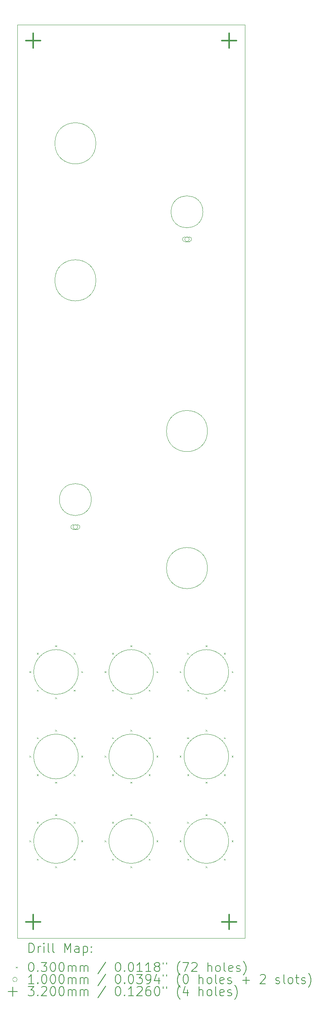
<source format=gbr>
%TF.GenerationSoftware,KiCad,Pcbnew,9.0.4*%
%TF.CreationDate,2025-10-04T20:48:33+02:00*%
%TF.ProjectId,DMH_Dual_VCA_Mk2_PANEL,444d485f-4475-4616-9c5f-5643415f4d6b,rev?*%
%TF.SameCoordinates,Original*%
%TF.FileFunction,Drillmap*%
%TF.FilePolarity,Positive*%
%FSLAX45Y45*%
G04 Gerber Fmt 4.5, Leading zero omitted, Abs format (unit mm)*
G04 Created by KiCad (PCBNEW 9.0.4) date 2025-10-04 20:48:33*
%MOMM*%
%LPD*%
G01*
G04 APERTURE LIST*
%ADD10C,0.050000*%
%ADD11C,0.200000*%
%ADD12C,0.100000*%
%ADD13C,0.320000*%
G04 APERTURE END LIST*
D10*
X5000000Y-3000000D02*
X10000000Y-3000000D01*
X10000000Y-23000000D01*
X5000000Y-23000000D01*
X5000000Y-3000000D01*
X6340000Y-19025000D02*
G75*
G02*
X5360000Y-19025000I-490000J0D01*
G01*
X5360000Y-19025000D02*
G75*
G02*
X6340000Y-19025000I490000J0D01*
G01*
X6340000Y-17175000D02*
G75*
G02*
X5360000Y-17175000I-490000J0D01*
G01*
X5360000Y-17175000D02*
G75*
G02*
X6340000Y-17175000I490000J0D01*
G01*
X7990000Y-17175000D02*
G75*
G02*
X7010000Y-17175000I-490000J0D01*
G01*
X7010000Y-17175000D02*
G75*
G02*
X7990000Y-17175000I490000J0D01*
G01*
X9175000Y-11900000D02*
G75*
G02*
X8275000Y-11900000I-450000J0D01*
G01*
X8275000Y-11900000D02*
G75*
G02*
X9175000Y-11900000I450000J0D01*
G01*
X9175000Y-14900000D02*
G75*
G02*
X8275000Y-14900000I-450000J0D01*
G01*
X8275000Y-14900000D02*
G75*
G02*
X9175000Y-14900000I450000J0D01*
G01*
X7990000Y-19025000D02*
G75*
G02*
X7010000Y-19025000I-490000J0D01*
G01*
X7010000Y-19025000D02*
G75*
G02*
X7990000Y-19025000I490000J0D01*
G01*
X9640000Y-17175000D02*
G75*
G02*
X8660000Y-17175000I-490000J0D01*
G01*
X8660000Y-17175000D02*
G75*
G02*
X9640000Y-17175000I490000J0D01*
G01*
X9075000Y-7100000D02*
G75*
G02*
X8375000Y-7100000I-350000J0D01*
G01*
X8375000Y-7100000D02*
G75*
G02*
X9075000Y-7100000I350000J0D01*
G01*
X6340000Y-20875000D02*
G75*
G02*
X5360000Y-20875000I-490000J0D01*
G01*
X5360000Y-20875000D02*
G75*
G02*
X6340000Y-20875000I490000J0D01*
G01*
X9640000Y-20875000D02*
G75*
G02*
X8660000Y-20875000I-490000J0D01*
G01*
X8660000Y-20875000D02*
G75*
G02*
X9640000Y-20875000I490000J0D01*
G01*
X9640000Y-19025000D02*
G75*
G02*
X8660000Y-19025000I-490000J0D01*
G01*
X8660000Y-19025000D02*
G75*
G02*
X9640000Y-19025000I490000J0D01*
G01*
X6725000Y-5600000D02*
G75*
G02*
X5825000Y-5600000I-450000J0D01*
G01*
X5825000Y-5600000D02*
G75*
G02*
X6725000Y-5600000I450000J0D01*
G01*
X6725000Y-8600000D02*
G75*
G02*
X5825000Y-8600000I-450000J0D01*
G01*
X5825000Y-8600000D02*
G75*
G02*
X6725000Y-8600000I450000J0D01*
G01*
X7990000Y-20875000D02*
G75*
G02*
X7010000Y-20875000I-490000J0D01*
G01*
X7010000Y-20875000D02*
G75*
G02*
X7990000Y-20875000I490000J0D01*
G01*
X6625000Y-13400000D02*
G75*
G02*
X5925000Y-13400000I-350000J0D01*
G01*
X5925000Y-13400000D02*
G75*
G02*
X6625000Y-13400000I350000J0D01*
G01*
D11*
D12*
X5265000Y-17160000D02*
X5295000Y-17190000D01*
X5295000Y-17160000D02*
X5265000Y-17190000D01*
X5265000Y-19010000D02*
X5295000Y-19040000D01*
X5295000Y-19010000D02*
X5265000Y-19040000D01*
X5265000Y-20860000D02*
X5295000Y-20890000D01*
X5295000Y-20860000D02*
X5265000Y-20890000D01*
X5431000Y-16757000D02*
X5461000Y-16787000D01*
X5461000Y-16757000D02*
X5431000Y-16787000D01*
X5431000Y-18607000D02*
X5461000Y-18637000D01*
X5461000Y-18607000D02*
X5431000Y-18637000D01*
X5431000Y-20457000D02*
X5461000Y-20487000D01*
X5461000Y-20457000D02*
X5431000Y-20487000D01*
X5432000Y-17564000D02*
X5462000Y-17594000D01*
X5462000Y-17564000D02*
X5432000Y-17594000D01*
X5432000Y-19414000D02*
X5462000Y-19444000D01*
X5462000Y-19414000D02*
X5432000Y-19444000D01*
X5432000Y-21264000D02*
X5462000Y-21294000D01*
X5462000Y-21264000D02*
X5432000Y-21294000D01*
X5835000Y-16590000D02*
X5865000Y-16620000D01*
X5865000Y-16590000D02*
X5835000Y-16620000D01*
X5835000Y-17730000D02*
X5865000Y-17760000D01*
X5865000Y-17730000D02*
X5835000Y-17760000D01*
X5835000Y-18440000D02*
X5865000Y-18470000D01*
X5865000Y-18440000D02*
X5835000Y-18470000D01*
X5835000Y-19580000D02*
X5865000Y-19610000D01*
X5865000Y-19580000D02*
X5835000Y-19610000D01*
X5835000Y-20290000D02*
X5865000Y-20320000D01*
X5865000Y-20290000D02*
X5835000Y-20320000D01*
X5835000Y-21430000D02*
X5865000Y-21460000D01*
X5865000Y-21430000D02*
X5835000Y-21460000D01*
X6238000Y-17564000D02*
X6268000Y-17594000D01*
X6268000Y-17564000D02*
X6238000Y-17594000D01*
X6238000Y-19414000D02*
X6268000Y-19444000D01*
X6268000Y-19414000D02*
X6238000Y-19444000D01*
X6238000Y-21264000D02*
X6268000Y-21294000D01*
X6268000Y-21264000D02*
X6238000Y-21294000D01*
X6239000Y-16757000D02*
X6269000Y-16787000D01*
X6269000Y-16757000D02*
X6239000Y-16787000D01*
X6239000Y-18607000D02*
X6269000Y-18637000D01*
X6269000Y-18607000D02*
X6239000Y-18637000D01*
X6239000Y-20457000D02*
X6269000Y-20487000D01*
X6269000Y-20457000D02*
X6239000Y-20487000D01*
X6405000Y-17160000D02*
X6435000Y-17190000D01*
X6435000Y-17160000D02*
X6405000Y-17190000D01*
X6405000Y-19010000D02*
X6435000Y-19040000D01*
X6435000Y-19010000D02*
X6405000Y-19040000D01*
X6405000Y-20860000D02*
X6435000Y-20890000D01*
X6435000Y-20860000D02*
X6405000Y-20890000D01*
X6915000Y-17160000D02*
X6945000Y-17190000D01*
X6945000Y-17160000D02*
X6915000Y-17190000D01*
X6915000Y-19010000D02*
X6945000Y-19040000D01*
X6945000Y-19010000D02*
X6915000Y-19040000D01*
X6915000Y-20860000D02*
X6945000Y-20890000D01*
X6945000Y-20860000D02*
X6915000Y-20890000D01*
X7081000Y-16757000D02*
X7111000Y-16787000D01*
X7111000Y-16757000D02*
X7081000Y-16787000D01*
X7081000Y-18607000D02*
X7111000Y-18637000D01*
X7111000Y-18607000D02*
X7081000Y-18637000D01*
X7081000Y-20457000D02*
X7111000Y-20487000D01*
X7111000Y-20457000D02*
X7081000Y-20487000D01*
X7082000Y-17564000D02*
X7112000Y-17594000D01*
X7112000Y-17564000D02*
X7082000Y-17594000D01*
X7082000Y-19414000D02*
X7112000Y-19444000D01*
X7112000Y-19414000D02*
X7082000Y-19444000D01*
X7082000Y-21264000D02*
X7112000Y-21294000D01*
X7112000Y-21264000D02*
X7082000Y-21294000D01*
X7485000Y-16590000D02*
X7515000Y-16620000D01*
X7515000Y-16590000D02*
X7485000Y-16620000D01*
X7485000Y-17730000D02*
X7515000Y-17760000D01*
X7515000Y-17730000D02*
X7485000Y-17760000D01*
X7485000Y-18440000D02*
X7515000Y-18470000D01*
X7515000Y-18440000D02*
X7485000Y-18470000D01*
X7485000Y-19580000D02*
X7515000Y-19610000D01*
X7515000Y-19580000D02*
X7485000Y-19610000D01*
X7485000Y-20290000D02*
X7515000Y-20320000D01*
X7515000Y-20290000D02*
X7485000Y-20320000D01*
X7485000Y-21430000D02*
X7515000Y-21460000D01*
X7515000Y-21430000D02*
X7485000Y-21460000D01*
X7888000Y-17564000D02*
X7918000Y-17594000D01*
X7918000Y-17564000D02*
X7888000Y-17594000D01*
X7888000Y-19414000D02*
X7918000Y-19444000D01*
X7918000Y-19414000D02*
X7888000Y-19444000D01*
X7888000Y-21264000D02*
X7918000Y-21294000D01*
X7918000Y-21264000D02*
X7888000Y-21294000D01*
X7889000Y-16757000D02*
X7919000Y-16787000D01*
X7919000Y-16757000D02*
X7889000Y-16787000D01*
X7889000Y-18607000D02*
X7919000Y-18637000D01*
X7919000Y-18607000D02*
X7889000Y-18637000D01*
X7889000Y-20457000D02*
X7919000Y-20487000D01*
X7919000Y-20457000D02*
X7889000Y-20487000D01*
X8055000Y-17160000D02*
X8085000Y-17190000D01*
X8085000Y-17160000D02*
X8055000Y-17190000D01*
X8055000Y-19010000D02*
X8085000Y-19040000D01*
X8085000Y-19010000D02*
X8055000Y-19040000D01*
X8055000Y-20860000D02*
X8085000Y-20890000D01*
X8085000Y-20860000D02*
X8055000Y-20890000D01*
X8565000Y-17160000D02*
X8595000Y-17190000D01*
X8595000Y-17160000D02*
X8565000Y-17190000D01*
X8565000Y-19010000D02*
X8595000Y-19040000D01*
X8595000Y-19010000D02*
X8565000Y-19040000D01*
X8565000Y-20860000D02*
X8595000Y-20890000D01*
X8595000Y-20860000D02*
X8565000Y-20890000D01*
X8731000Y-16757000D02*
X8761000Y-16787000D01*
X8761000Y-16757000D02*
X8731000Y-16787000D01*
X8731000Y-18607000D02*
X8761000Y-18637000D01*
X8761000Y-18607000D02*
X8731000Y-18637000D01*
X8731000Y-20457000D02*
X8761000Y-20487000D01*
X8761000Y-20457000D02*
X8731000Y-20487000D01*
X8732000Y-17564000D02*
X8762000Y-17594000D01*
X8762000Y-17564000D02*
X8732000Y-17594000D01*
X8732000Y-19414000D02*
X8762000Y-19444000D01*
X8762000Y-19414000D02*
X8732000Y-19444000D01*
X8732000Y-21264000D02*
X8762000Y-21294000D01*
X8762000Y-21264000D02*
X8732000Y-21294000D01*
X9135000Y-16590000D02*
X9165000Y-16620000D01*
X9165000Y-16590000D02*
X9135000Y-16620000D01*
X9135000Y-17730000D02*
X9165000Y-17760000D01*
X9165000Y-17730000D02*
X9135000Y-17760000D01*
X9135000Y-18440000D02*
X9165000Y-18470000D01*
X9165000Y-18440000D02*
X9135000Y-18470000D01*
X9135000Y-19580000D02*
X9165000Y-19610000D01*
X9165000Y-19580000D02*
X9135000Y-19610000D01*
X9135000Y-20290000D02*
X9165000Y-20320000D01*
X9165000Y-20290000D02*
X9135000Y-20320000D01*
X9135000Y-21430000D02*
X9165000Y-21460000D01*
X9165000Y-21430000D02*
X9135000Y-21460000D01*
X9538000Y-17564000D02*
X9568000Y-17594000D01*
X9568000Y-17564000D02*
X9538000Y-17594000D01*
X9538000Y-19414000D02*
X9568000Y-19444000D01*
X9568000Y-19414000D02*
X9538000Y-19444000D01*
X9538000Y-21264000D02*
X9568000Y-21294000D01*
X9568000Y-21264000D02*
X9538000Y-21294000D01*
X9539000Y-16757000D02*
X9569000Y-16787000D01*
X9569000Y-16757000D02*
X9539000Y-16787000D01*
X9539000Y-18607000D02*
X9569000Y-18637000D01*
X9569000Y-18607000D02*
X9539000Y-18637000D01*
X9539000Y-20457000D02*
X9569000Y-20487000D01*
X9569000Y-20457000D02*
X9539000Y-20487000D01*
X9705000Y-17160000D02*
X9735000Y-17190000D01*
X9735000Y-17160000D02*
X9705000Y-17190000D01*
X9705000Y-19010000D02*
X9735000Y-19040000D01*
X9735000Y-19010000D02*
X9705000Y-19040000D01*
X9705000Y-20860000D02*
X9735000Y-20890000D01*
X9735000Y-20860000D02*
X9705000Y-20890000D01*
X6325000Y-14000000D02*
G75*
G02*
X6225000Y-14000000I-50000J0D01*
G01*
X6225000Y-14000000D02*
G75*
G02*
X6325000Y-14000000I50000J0D01*
G01*
X6225000Y-14050000D02*
X6325000Y-14050000D01*
X6325000Y-13950000D02*
G75*
G02*
X6325000Y-14050000I0J-50000D01*
G01*
X6325000Y-13950000D02*
X6225000Y-13950000D01*
X6225000Y-13950000D02*
G75*
G03*
X6225000Y-14050000I0J-50000D01*
G01*
X8775000Y-7700000D02*
G75*
G02*
X8675000Y-7700000I-50000J0D01*
G01*
X8675000Y-7700000D02*
G75*
G02*
X8775000Y-7700000I50000J0D01*
G01*
X8675000Y-7750000D02*
X8775000Y-7750000D01*
X8775000Y-7650000D02*
G75*
G02*
X8775000Y-7750000I0J-50000D01*
G01*
X8775000Y-7650000D02*
X8675000Y-7650000D01*
X8675000Y-7650000D02*
G75*
G03*
X8675000Y-7750000I0J-50000D01*
G01*
D13*
X5350000Y-3190000D02*
X5350000Y-3510000D01*
X5190000Y-3350000D02*
X5510000Y-3350000D01*
X5350000Y-22490000D02*
X5350000Y-22810000D01*
X5190000Y-22650000D02*
X5510000Y-22650000D01*
X9650000Y-3190000D02*
X9650000Y-3510000D01*
X9490000Y-3350000D02*
X9810000Y-3350000D01*
X9650000Y-22490000D02*
X9650000Y-22810000D01*
X9490000Y-22650000D02*
X9810000Y-22650000D01*
D11*
X5258277Y-23313984D02*
X5258277Y-23113984D01*
X5258277Y-23113984D02*
X5305896Y-23113984D01*
X5305896Y-23113984D02*
X5334467Y-23123508D01*
X5334467Y-23123508D02*
X5353515Y-23142555D01*
X5353515Y-23142555D02*
X5363039Y-23161603D01*
X5363039Y-23161603D02*
X5372563Y-23199698D01*
X5372563Y-23199698D02*
X5372563Y-23228269D01*
X5372563Y-23228269D02*
X5363039Y-23266365D01*
X5363039Y-23266365D02*
X5353515Y-23285412D01*
X5353515Y-23285412D02*
X5334467Y-23304460D01*
X5334467Y-23304460D02*
X5305896Y-23313984D01*
X5305896Y-23313984D02*
X5258277Y-23313984D01*
X5458277Y-23313984D02*
X5458277Y-23180650D01*
X5458277Y-23218746D02*
X5467801Y-23199698D01*
X5467801Y-23199698D02*
X5477324Y-23190174D01*
X5477324Y-23190174D02*
X5496372Y-23180650D01*
X5496372Y-23180650D02*
X5515420Y-23180650D01*
X5582086Y-23313984D02*
X5582086Y-23180650D01*
X5582086Y-23113984D02*
X5572563Y-23123508D01*
X5572563Y-23123508D02*
X5582086Y-23133031D01*
X5582086Y-23133031D02*
X5591610Y-23123508D01*
X5591610Y-23123508D02*
X5582086Y-23113984D01*
X5582086Y-23113984D02*
X5582086Y-23133031D01*
X5705896Y-23313984D02*
X5686848Y-23304460D01*
X5686848Y-23304460D02*
X5677324Y-23285412D01*
X5677324Y-23285412D02*
X5677324Y-23113984D01*
X5810658Y-23313984D02*
X5791610Y-23304460D01*
X5791610Y-23304460D02*
X5782086Y-23285412D01*
X5782086Y-23285412D02*
X5782086Y-23113984D01*
X6039229Y-23313984D02*
X6039229Y-23113984D01*
X6039229Y-23113984D02*
X6105896Y-23256841D01*
X6105896Y-23256841D02*
X6172562Y-23113984D01*
X6172562Y-23113984D02*
X6172562Y-23313984D01*
X6353515Y-23313984D02*
X6353515Y-23209222D01*
X6353515Y-23209222D02*
X6343991Y-23190174D01*
X6343991Y-23190174D02*
X6324943Y-23180650D01*
X6324943Y-23180650D02*
X6286848Y-23180650D01*
X6286848Y-23180650D02*
X6267801Y-23190174D01*
X6353515Y-23304460D02*
X6334467Y-23313984D01*
X6334467Y-23313984D02*
X6286848Y-23313984D01*
X6286848Y-23313984D02*
X6267801Y-23304460D01*
X6267801Y-23304460D02*
X6258277Y-23285412D01*
X6258277Y-23285412D02*
X6258277Y-23266365D01*
X6258277Y-23266365D02*
X6267801Y-23247317D01*
X6267801Y-23247317D02*
X6286848Y-23237793D01*
X6286848Y-23237793D02*
X6334467Y-23237793D01*
X6334467Y-23237793D02*
X6353515Y-23228269D01*
X6448753Y-23180650D02*
X6448753Y-23380650D01*
X6448753Y-23190174D02*
X6467801Y-23180650D01*
X6467801Y-23180650D02*
X6505896Y-23180650D01*
X6505896Y-23180650D02*
X6524943Y-23190174D01*
X6524943Y-23190174D02*
X6534467Y-23199698D01*
X6534467Y-23199698D02*
X6543991Y-23218746D01*
X6543991Y-23218746D02*
X6543991Y-23275888D01*
X6543991Y-23275888D02*
X6534467Y-23294936D01*
X6534467Y-23294936D02*
X6524943Y-23304460D01*
X6524943Y-23304460D02*
X6505896Y-23313984D01*
X6505896Y-23313984D02*
X6467801Y-23313984D01*
X6467801Y-23313984D02*
X6448753Y-23304460D01*
X6629705Y-23294936D02*
X6639229Y-23304460D01*
X6639229Y-23304460D02*
X6629705Y-23313984D01*
X6629705Y-23313984D02*
X6620182Y-23304460D01*
X6620182Y-23304460D02*
X6629705Y-23294936D01*
X6629705Y-23294936D02*
X6629705Y-23313984D01*
X6629705Y-23190174D02*
X6639229Y-23199698D01*
X6639229Y-23199698D02*
X6629705Y-23209222D01*
X6629705Y-23209222D02*
X6620182Y-23199698D01*
X6620182Y-23199698D02*
X6629705Y-23190174D01*
X6629705Y-23190174D02*
X6629705Y-23209222D01*
D12*
X4967500Y-23627500D02*
X4997500Y-23657500D01*
X4997500Y-23627500D02*
X4967500Y-23657500D01*
D11*
X5296372Y-23533984D02*
X5315420Y-23533984D01*
X5315420Y-23533984D02*
X5334467Y-23543508D01*
X5334467Y-23543508D02*
X5343991Y-23553031D01*
X5343991Y-23553031D02*
X5353515Y-23572079D01*
X5353515Y-23572079D02*
X5363039Y-23610174D01*
X5363039Y-23610174D02*
X5363039Y-23657793D01*
X5363039Y-23657793D02*
X5353515Y-23695888D01*
X5353515Y-23695888D02*
X5343991Y-23714936D01*
X5343991Y-23714936D02*
X5334467Y-23724460D01*
X5334467Y-23724460D02*
X5315420Y-23733984D01*
X5315420Y-23733984D02*
X5296372Y-23733984D01*
X5296372Y-23733984D02*
X5277324Y-23724460D01*
X5277324Y-23724460D02*
X5267801Y-23714936D01*
X5267801Y-23714936D02*
X5258277Y-23695888D01*
X5258277Y-23695888D02*
X5248753Y-23657793D01*
X5248753Y-23657793D02*
X5248753Y-23610174D01*
X5248753Y-23610174D02*
X5258277Y-23572079D01*
X5258277Y-23572079D02*
X5267801Y-23553031D01*
X5267801Y-23553031D02*
X5277324Y-23543508D01*
X5277324Y-23543508D02*
X5296372Y-23533984D01*
X5448753Y-23714936D02*
X5458277Y-23724460D01*
X5458277Y-23724460D02*
X5448753Y-23733984D01*
X5448753Y-23733984D02*
X5439229Y-23724460D01*
X5439229Y-23724460D02*
X5448753Y-23714936D01*
X5448753Y-23714936D02*
X5448753Y-23733984D01*
X5524944Y-23533984D02*
X5648753Y-23533984D01*
X5648753Y-23533984D02*
X5582086Y-23610174D01*
X5582086Y-23610174D02*
X5610658Y-23610174D01*
X5610658Y-23610174D02*
X5629705Y-23619698D01*
X5629705Y-23619698D02*
X5639229Y-23629222D01*
X5639229Y-23629222D02*
X5648753Y-23648269D01*
X5648753Y-23648269D02*
X5648753Y-23695888D01*
X5648753Y-23695888D02*
X5639229Y-23714936D01*
X5639229Y-23714936D02*
X5629705Y-23724460D01*
X5629705Y-23724460D02*
X5610658Y-23733984D01*
X5610658Y-23733984D02*
X5553515Y-23733984D01*
X5553515Y-23733984D02*
X5534467Y-23724460D01*
X5534467Y-23724460D02*
X5524944Y-23714936D01*
X5772562Y-23533984D02*
X5791610Y-23533984D01*
X5791610Y-23533984D02*
X5810658Y-23543508D01*
X5810658Y-23543508D02*
X5820182Y-23553031D01*
X5820182Y-23553031D02*
X5829705Y-23572079D01*
X5829705Y-23572079D02*
X5839229Y-23610174D01*
X5839229Y-23610174D02*
X5839229Y-23657793D01*
X5839229Y-23657793D02*
X5829705Y-23695888D01*
X5829705Y-23695888D02*
X5820182Y-23714936D01*
X5820182Y-23714936D02*
X5810658Y-23724460D01*
X5810658Y-23724460D02*
X5791610Y-23733984D01*
X5791610Y-23733984D02*
X5772562Y-23733984D01*
X5772562Y-23733984D02*
X5753515Y-23724460D01*
X5753515Y-23724460D02*
X5743991Y-23714936D01*
X5743991Y-23714936D02*
X5734467Y-23695888D01*
X5734467Y-23695888D02*
X5724943Y-23657793D01*
X5724943Y-23657793D02*
X5724943Y-23610174D01*
X5724943Y-23610174D02*
X5734467Y-23572079D01*
X5734467Y-23572079D02*
X5743991Y-23553031D01*
X5743991Y-23553031D02*
X5753515Y-23543508D01*
X5753515Y-23543508D02*
X5772562Y-23533984D01*
X5963039Y-23533984D02*
X5982086Y-23533984D01*
X5982086Y-23533984D02*
X6001134Y-23543508D01*
X6001134Y-23543508D02*
X6010658Y-23553031D01*
X6010658Y-23553031D02*
X6020182Y-23572079D01*
X6020182Y-23572079D02*
X6029705Y-23610174D01*
X6029705Y-23610174D02*
X6029705Y-23657793D01*
X6029705Y-23657793D02*
X6020182Y-23695888D01*
X6020182Y-23695888D02*
X6010658Y-23714936D01*
X6010658Y-23714936D02*
X6001134Y-23724460D01*
X6001134Y-23724460D02*
X5982086Y-23733984D01*
X5982086Y-23733984D02*
X5963039Y-23733984D01*
X5963039Y-23733984D02*
X5943991Y-23724460D01*
X5943991Y-23724460D02*
X5934467Y-23714936D01*
X5934467Y-23714936D02*
X5924943Y-23695888D01*
X5924943Y-23695888D02*
X5915420Y-23657793D01*
X5915420Y-23657793D02*
X5915420Y-23610174D01*
X5915420Y-23610174D02*
X5924943Y-23572079D01*
X5924943Y-23572079D02*
X5934467Y-23553031D01*
X5934467Y-23553031D02*
X5943991Y-23543508D01*
X5943991Y-23543508D02*
X5963039Y-23533984D01*
X6115420Y-23733984D02*
X6115420Y-23600650D01*
X6115420Y-23619698D02*
X6124943Y-23610174D01*
X6124943Y-23610174D02*
X6143991Y-23600650D01*
X6143991Y-23600650D02*
X6172563Y-23600650D01*
X6172563Y-23600650D02*
X6191610Y-23610174D01*
X6191610Y-23610174D02*
X6201134Y-23629222D01*
X6201134Y-23629222D02*
X6201134Y-23733984D01*
X6201134Y-23629222D02*
X6210658Y-23610174D01*
X6210658Y-23610174D02*
X6229705Y-23600650D01*
X6229705Y-23600650D02*
X6258277Y-23600650D01*
X6258277Y-23600650D02*
X6277324Y-23610174D01*
X6277324Y-23610174D02*
X6286848Y-23629222D01*
X6286848Y-23629222D02*
X6286848Y-23733984D01*
X6382086Y-23733984D02*
X6382086Y-23600650D01*
X6382086Y-23619698D02*
X6391610Y-23610174D01*
X6391610Y-23610174D02*
X6410658Y-23600650D01*
X6410658Y-23600650D02*
X6439229Y-23600650D01*
X6439229Y-23600650D02*
X6458277Y-23610174D01*
X6458277Y-23610174D02*
X6467801Y-23629222D01*
X6467801Y-23629222D02*
X6467801Y-23733984D01*
X6467801Y-23629222D02*
X6477324Y-23610174D01*
X6477324Y-23610174D02*
X6496372Y-23600650D01*
X6496372Y-23600650D02*
X6524943Y-23600650D01*
X6524943Y-23600650D02*
X6543991Y-23610174D01*
X6543991Y-23610174D02*
X6553515Y-23629222D01*
X6553515Y-23629222D02*
X6553515Y-23733984D01*
X6943991Y-23524460D02*
X6772563Y-23781603D01*
X7201134Y-23533984D02*
X7220182Y-23533984D01*
X7220182Y-23533984D02*
X7239229Y-23543508D01*
X7239229Y-23543508D02*
X7248753Y-23553031D01*
X7248753Y-23553031D02*
X7258277Y-23572079D01*
X7258277Y-23572079D02*
X7267801Y-23610174D01*
X7267801Y-23610174D02*
X7267801Y-23657793D01*
X7267801Y-23657793D02*
X7258277Y-23695888D01*
X7258277Y-23695888D02*
X7248753Y-23714936D01*
X7248753Y-23714936D02*
X7239229Y-23724460D01*
X7239229Y-23724460D02*
X7220182Y-23733984D01*
X7220182Y-23733984D02*
X7201134Y-23733984D01*
X7201134Y-23733984D02*
X7182086Y-23724460D01*
X7182086Y-23724460D02*
X7172563Y-23714936D01*
X7172563Y-23714936D02*
X7163039Y-23695888D01*
X7163039Y-23695888D02*
X7153515Y-23657793D01*
X7153515Y-23657793D02*
X7153515Y-23610174D01*
X7153515Y-23610174D02*
X7163039Y-23572079D01*
X7163039Y-23572079D02*
X7172563Y-23553031D01*
X7172563Y-23553031D02*
X7182086Y-23543508D01*
X7182086Y-23543508D02*
X7201134Y-23533984D01*
X7353515Y-23714936D02*
X7363039Y-23724460D01*
X7363039Y-23724460D02*
X7353515Y-23733984D01*
X7353515Y-23733984D02*
X7343991Y-23724460D01*
X7343991Y-23724460D02*
X7353515Y-23714936D01*
X7353515Y-23714936D02*
X7353515Y-23733984D01*
X7486848Y-23533984D02*
X7505896Y-23533984D01*
X7505896Y-23533984D02*
X7524944Y-23543508D01*
X7524944Y-23543508D02*
X7534467Y-23553031D01*
X7534467Y-23553031D02*
X7543991Y-23572079D01*
X7543991Y-23572079D02*
X7553515Y-23610174D01*
X7553515Y-23610174D02*
X7553515Y-23657793D01*
X7553515Y-23657793D02*
X7543991Y-23695888D01*
X7543991Y-23695888D02*
X7534467Y-23714936D01*
X7534467Y-23714936D02*
X7524944Y-23724460D01*
X7524944Y-23724460D02*
X7505896Y-23733984D01*
X7505896Y-23733984D02*
X7486848Y-23733984D01*
X7486848Y-23733984D02*
X7467801Y-23724460D01*
X7467801Y-23724460D02*
X7458277Y-23714936D01*
X7458277Y-23714936D02*
X7448753Y-23695888D01*
X7448753Y-23695888D02*
X7439229Y-23657793D01*
X7439229Y-23657793D02*
X7439229Y-23610174D01*
X7439229Y-23610174D02*
X7448753Y-23572079D01*
X7448753Y-23572079D02*
X7458277Y-23553031D01*
X7458277Y-23553031D02*
X7467801Y-23543508D01*
X7467801Y-23543508D02*
X7486848Y-23533984D01*
X7743991Y-23733984D02*
X7629706Y-23733984D01*
X7686848Y-23733984D02*
X7686848Y-23533984D01*
X7686848Y-23533984D02*
X7667801Y-23562555D01*
X7667801Y-23562555D02*
X7648753Y-23581603D01*
X7648753Y-23581603D02*
X7629706Y-23591127D01*
X7934467Y-23733984D02*
X7820182Y-23733984D01*
X7877325Y-23733984D02*
X7877325Y-23533984D01*
X7877325Y-23533984D02*
X7858277Y-23562555D01*
X7858277Y-23562555D02*
X7839229Y-23581603D01*
X7839229Y-23581603D02*
X7820182Y-23591127D01*
X8048753Y-23619698D02*
X8029706Y-23610174D01*
X8029706Y-23610174D02*
X8020182Y-23600650D01*
X8020182Y-23600650D02*
X8010658Y-23581603D01*
X8010658Y-23581603D02*
X8010658Y-23572079D01*
X8010658Y-23572079D02*
X8020182Y-23553031D01*
X8020182Y-23553031D02*
X8029706Y-23543508D01*
X8029706Y-23543508D02*
X8048753Y-23533984D01*
X8048753Y-23533984D02*
X8086848Y-23533984D01*
X8086848Y-23533984D02*
X8105896Y-23543508D01*
X8105896Y-23543508D02*
X8115420Y-23553031D01*
X8115420Y-23553031D02*
X8124944Y-23572079D01*
X8124944Y-23572079D02*
X8124944Y-23581603D01*
X8124944Y-23581603D02*
X8115420Y-23600650D01*
X8115420Y-23600650D02*
X8105896Y-23610174D01*
X8105896Y-23610174D02*
X8086848Y-23619698D01*
X8086848Y-23619698D02*
X8048753Y-23619698D01*
X8048753Y-23619698D02*
X8029706Y-23629222D01*
X8029706Y-23629222D02*
X8020182Y-23638746D01*
X8020182Y-23638746D02*
X8010658Y-23657793D01*
X8010658Y-23657793D02*
X8010658Y-23695888D01*
X8010658Y-23695888D02*
X8020182Y-23714936D01*
X8020182Y-23714936D02*
X8029706Y-23724460D01*
X8029706Y-23724460D02*
X8048753Y-23733984D01*
X8048753Y-23733984D02*
X8086848Y-23733984D01*
X8086848Y-23733984D02*
X8105896Y-23724460D01*
X8105896Y-23724460D02*
X8115420Y-23714936D01*
X8115420Y-23714936D02*
X8124944Y-23695888D01*
X8124944Y-23695888D02*
X8124944Y-23657793D01*
X8124944Y-23657793D02*
X8115420Y-23638746D01*
X8115420Y-23638746D02*
X8105896Y-23629222D01*
X8105896Y-23629222D02*
X8086848Y-23619698D01*
X8201134Y-23533984D02*
X8201134Y-23572079D01*
X8277325Y-23533984D02*
X8277325Y-23572079D01*
X8572563Y-23810174D02*
X8563039Y-23800650D01*
X8563039Y-23800650D02*
X8543991Y-23772079D01*
X8543991Y-23772079D02*
X8534468Y-23753031D01*
X8534468Y-23753031D02*
X8524944Y-23724460D01*
X8524944Y-23724460D02*
X8515420Y-23676841D01*
X8515420Y-23676841D02*
X8515420Y-23638746D01*
X8515420Y-23638746D02*
X8524944Y-23591127D01*
X8524944Y-23591127D02*
X8534468Y-23562555D01*
X8534468Y-23562555D02*
X8543991Y-23543508D01*
X8543991Y-23543508D02*
X8563039Y-23514936D01*
X8563039Y-23514936D02*
X8572563Y-23505412D01*
X8629706Y-23533984D02*
X8763039Y-23533984D01*
X8763039Y-23533984D02*
X8677325Y-23733984D01*
X8829706Y-23553031D02*
X8839230Y-23543508D01*
X8839230Y-23543508D02*
X8858277Y-23533984D01*
X8858277Y-23533984D02*
X8905896Y-23533984D01*
X8905896Y-23533984D02*
X8924944Y-23543508D01*
X8924944Y-23543508D02*
X8934468Y-23553031D01*
X8934468Y-23553031D02*
X8943991Y-23572079D01*
X8943991Y-23572079D02*
X8943991Y-23591127D01*
X8943991Y-23591127D02*
X8934468Y-23619698D01*
X8934468Y-23619698D02*
X8820182Y-23733984D01*
X8820182Y-23733984D02*
X8943991Y-23733984D01*
X9182087Y-23733984D02*
X9182087Y-23533984D01*
X9267801Y-23733984D02*
X9267801Y-23629222D01*
X9267801Y-23629222D02*
X9258277Y-23610174D01*
X9258277Y-23610174D02*
X9239230Y-23600650D01*
X9239230Y-23600650D02*
X9210658Y-23600650D01*
X9210658Y-23600650D02*
X9191611Y-23610174D01*
X9191611Y-23610174D02*
X9182087Y-23619698D01*
X9391611Y-23733984D02*
X9372563Y-23724460D01*
X9372563Y-23724460D02*
X9363039Y-23714936D01*
X9363039Y-23714936D02*
X9353515Y-23695888D01*
X9353515Y-23695888D02*
X9353515Y-23638746D01*
X9353515Y-23638746D02*
X9363039Y-23619698D01*
X9363039Y-23619698D02*
X9372563Y-23610174D01*
X9372563Y-23610174D02*
X9391611Y-23600650D01*
X9391611Y-23600650D02*
X9420182Y-23600650D01*
X9420182Y-23600650D02*
X9439230Y-23610174D01*
X9439230Y-23610174D02*
X9448753Y-23619698D01*
X9448753Y-23619698D02*
X9458277Y-23638746D01*
X9458277Y-23638746D02*
X9458277Y-23695888D01*
X9458277Y-23695888D02*
X9448753Y-23714936D01*
X9448753Y-23714936D02*
X9439230Y-23724460D01*
X9439230Y-23724460D02*
X9420182Y-23733984D01*
X9420182Y-23733984D02*
X9391611Y-23733984D01*
X9572563Y-23733984D02*
X9553515Y-23724460D01*
X9553515Y-23724460D02*
X9543992Y-23705412D01*
X9543992Y-23705412D02*
X9543992Y-23533984D01*
X9724944Y-23724460D02*
X9705896Y-23733984D01*
X9705896Y-23733984D02*
X9667801Y-23733984D01*
X9667801Y-23733984D02*
X9648753Y-23724460D01*
X9648753Y-23724460D02*
X9639230Y-23705412D01*
X9639230Y-23705412D02*
X9639230Y-23629222D01*
X9639230Y-23629222D02*
X9648753Y-23610174D01*
X9648753Y-23610174D02*
X9667801Y-23600650D01*
X9667801Y-23600650D02*
X9705896Y-23600650D01*
X9705896Y-23600650D02*
X9724944Y-23610174D01*
X9724944Y-23610174D02*
X9734468Y-23629222D01*
X9734468Y-23629222D02*
X9734468Y-23648269D01*
X9734468Y-23648269D02*
X9639230Y-23667317D01*
X9810658Y-23724460D02*
X9829706Y-23733984D01*
X9829706Y-23733984D02*
X9867801Y-23733984D01*
X9867801Y-23733984D02*
X9886849Y-23724460D01*
X9886849Y-23724460D02*
X9896373Y-23705412D01*
X9896373Y-23705412D02*
X9896373Y-23695888D01*
X9896373Y-23695888D02*
X9886849Y-23676841D01*
X9886849Y-23676841D02*
X9867801Y-23667317D01*
X9867801Y-23667317D02*
X9839230Y-23667317D01*
X9839230Y-23667317D02*
X9820182Y-23657793D01*
X9820182Y-23657793D02*
X9810658Y-23638746D01*
X9810658Y-23638746D02*
X9810658Y-23629222D01*
X9810658Y-23629222D02*
X9820182Y-23610174D01*
X9820182Y-23610174D02*
X9839230Y-23600650D01*
X9839230Y-23600650D02*
X9867801Y-23600650D01*
X9867801Y-23600650D02*
X9886849Y-23610174D01*
X9963039Y-23810174D02*
X9972563Y-23800650D01*
X9972563Y-23800650D02*
X9991611Y-23772079D01*
X9991611Y-23772079D02*
X10001134Y-23753031D01*
X10001134Y-23753031D02*
X10010658Y-23724460D01*
X10010658Y-23724460D02*
X10020182Y-23676841D01*
X10020182Y-23676841D02*
X10020182Y-23638746D01*
X10020182Y-23638746D02*
X10010658Y-23591127D01*
X10010658Y-23591127D02*
X10001134Y-23562555D01*
X10001134Y-23562555D02*
X9991611Y-23543508D01*
X9991611Y-23543508D02*
X9972563Y-23514936D01*
X9972563Y-23514936D02*
X9963039Y-23505412D01*
D12*
X4997500Y-23906500D02*
G75*
G02*
X4897500Y-23906500I-50000J0D01*
G01*
X4897500Y-23906500D02*
G75*
G02*
X4997500Y-23906500I50000J0D01*
G01*
D11*
X5363039Y-23997984D02*
X5248753Y-23997984D01*
X5305896Y-23997984D02*
X5305896Y-23797984D01*
X5305896Y-23797984D02*
X5286848Y-23826555D01*
X5286848Y-23826555D02*
X5267801Y-23845603D01*
X5267801Y-23845603D02*
X5248753Y-23855127D01*
X5448753Y-23978936D02*
X5458277Y-23988460D01*
X5458277Y-23988460D02*
X5448753Y-23997984D01*
X5448753Y-23997984D02*
X5439229Y-23988460D01*
X5439229Y-23988460D02*
X5448753Y-23978936D01*
X5448753Y-23978936D02*
X5448753Y-23997984D01*
X5582086Y-23797984D02*
X5601134Y-23797984D01*
X5601134Y-23797984D02*
X5620182Y-23807508D01*
X5620182Y-23807508D02*
X5629705Y-23817031D01*
X5629705Y-23817031D02*
X5639229Y-23836079D01*
X5639229Y-23836079D02*
X5648753Y-23874174D01*
X5648753Y-23874174D02*
X5648753Y-23921793D01*
X5648753Y-23921793D02*
X5639229Y-23959888D01*
X5639229Y-23959888D02*
X5629705Y-23978936D01*
X5629705Y-23978936D02*
X5620182Y-23988460D01*
X5620182Y-23988460D02*
X5601134Y-23997984D01*
X5601134Y-23997984D02*
X5582086Y-23997984D01*
X5582086Y-23997984D02*
X5563039Y-23988460D01*
X5563039Y-23988460D02*
X5553515Y-23978936D01*
X5553515Y-23978936D02*
X5543991Y-23959888D01*
X5543991Y-23959888D02*
X5534467Y-23921793D01*
X5534467Y-23921793D02*
X5534467Y-23874174D01*
X5534467Y-23874174D02*
X5543991Y-23836079D01*
X5543991Y-23836079D02*
X5553515Y-23817031D01*
X5553515Y-23817031D02*
X5563039Y-23807508D01*
X5563039Y-23807508D02*
X5582086Y-23797984D01*
X5772562Y-23797984D02*
X5791610Y-23797984D01*
X5791610Y-23797984D02*
X5810658Y-23807508D01*
X5810658Y-23807508D02*
X5820182Y-23817031D01*
X5820182Y-23817031D02*
X5829705Y-23836079D01*
X5829705Y-23836079D02*
X5839229Y-23874174D01*
X5839229Y-23874174D02*
X5839229Y-23921793D01*
X5839229Y-23921793D02*
X5829705Y-23959888D01*
X5829705Y-23959888D02*
X5820182Y-23978936D01*
X5820182Y-23978936D02*
X5810658Y-23988460D01*
X5810658Y-23988460D02*
X5791610Y-23997984D01*
X5791610Y-23997984D02*
X5772562Y-23997984D01*
X5772562Y-23997984D02*
X5753515Y-23988460D01*
X5753515Y-23988460D02*
X5743991Y-23978936D01*
X5743991Y-23978936D02*
X5734467Y-23959888D01*
X5734467Y-23959888D02*
X5724943Y-23921793D01*
X5724943Y-23921793D02*
X5724943Y-23874174D01*
X5724943Y-23874174D02*
X5734467Y-23836079D01*
X5734467Y-23836079D02*
X5743991Y-23817031D01*
X5743991Y-23817031D02*
X5753515Y-23807508D01*
X5753515Y-23807508D02*
X5772562Y-23797984D01*
X5963039Y-23797984D02*
X5982086Y-23797984D01*
X5982086Y-23797984D02*
X6001134Y-23807508D01*
X6001134Y-23807508D02*
X6010658Y-23817031D01*
X6010658Y-23817031D02*
X6020182Y-23836079D01*
X6020182Y-23836079D02*
X6029705Y-23874174D01*
X6029705Y-23874174D02*
X6029705Y-23921793D01*
X6029705Y-23921793D02*
X6020182Y-23959888D01*
X6020182Y-23959888D02*
X6010658Y-23978936D01*
X6010658Y-23978936D02*
X6001134Y-23988460D01*
X6001134Y-23988460D02*
X5982086Y-23997984D01*
X5982086Y-23997984D02*
X5963039Y-23997984D01*
X5963039Y-23997984D02*
X5943991Y-23988460D01*
X5943991Y-23988460D02*
X5934467Y-23978936D01*
X5934467Y-23978936D02*
X5924943Y-23959888D01*
X5924943Y-23959888D02*
X5915420Y-23921793D01*
X5915420Y-23921793D02*
X5915420Y-23874174D01*
X5915420Y-23874174D02*
X5924943Y-23836079D01*
X5924943Y-23836079D02*
X5934467Y-23817031D01*
X5934467Y-23817031D02*
X5943991Y-23807508D01*
X5943991Y-23807508D02*
X5963039Y-23797984D01*
X6115420Y-23997984D02*
X6115420Y-23864650D01*
X6115420Y-23883698D02*
X6124943Y-23874174D01*
X6124943Y-23874174D02*
X6143991Y-23864650D01*
X6143991Y-23864650D02*
X6172563Y-23864650D01*
X6172563Y-23864650D02*
X6191610Y-23874174D01*
X6191610Y-23874174D02*
X6201134Y-23893222D01*
X6201134Y-23893222D02*
X6201134Y-23997984D01*
X6201134Y-23893222D02*
X6210658Y-23874174D01*
X6210658Y-23874174D02*
X6229705Y-23864650D01*
X6229705Y-23864650D02*
X6258277Y-23864650D01*
X6258277Y-23864650D02*
X6277324Y-23874174D01*
X6277324Y-23874174D02*
X6286848Y-23893222D01*
X6286848Y-23893222D02*
X6286848Y-23997984D01*
X6382086Y-23997984D02*
X6382086Y-23864650D01*
X6382086Y-23883698D02*
X6391610Y-23874174D01*
X6391610Y-23874174D02*
X6410658Y-23864650D01*
X6410658Y-23864650D02*
X6439229Y-23864650D01*
X6439229Y-23864650D02*
X6458277Y-23874174D01*
X6458277Y-23874174D02*
X6467801Y-23893222D01*
X6467801Y-23893222D02*
X6467801Y-23997984D01*
X6467801Y-23893222D02*
X6477324Y-23874174D01*
X6477324Y-23874174D02*
X6496372Y-23864650D01*
X6496372Y-23864650D02*
X6524943Y-23864650D01*
X6524943Y-23864650D02*
X6543991Y-23874174D01*
X6543991Y-23874174D02*
X6553515Y-23893222D01*
X6553515Y-23893222D02*
X6553515Y-23997984D01*
X6943991Y-23788460D02*
X6772563Y-24045603D01*
X7201134Y-23797984D02*
X7220182Y-23797984D01*
X7220182Y-23797984D02*
X7239229Y-23807508D01*
X7239229Y-23807508D02*
X7248753Y-23817031D01*
X7248753Y-23817031D02*
X7258277Y-23836079D01*
X7258277Y-23836079D02*
X7267801Y-23874174D01*
X7267801Y-23874174D02*
X7267801Y-23921793D01*
X7267801Y-23921793D02*
X7258277Y-23959888D01*
X7258277Y-23959888D02*
X7248753Y-23978936D01*
X7248753Y-23978936D02*
X7239229Y-23988460D01*
X7239229Y-23988460D02*
X7220182Y-23997984D01*
X7220182Y-23997984D02*
X7201134Y-23997984D01*
X7201134Y-23997984D02*
X7182086Y-23988460D01*
X7182086Y-23988460D02*
X7172563Y-23978936D01*
X7172563Y-23978936D02*
X7163039Y-23959888D01*
X7163039Y-23959888D02*
X7153515Y-23921793D01*
X7153515Y-23921793D02*
X7153515Y-23874174D01*
X7153515Y-23874174D02*
X7163039Y-23836079D01*
X7163039Y-23836079D02*
X7172563Y-23817031D01*
X7172563Y-23817031D02*
X7182086Y-23807508D01*
X7182086Y-23807508D02*
X7201134Y-23797984D01*
X7353515Y-23978936D02*
X7363039Y-23988460D01*
X7363039Y-23988460D02*
X7353515Y-23997984D01*
X7353515Y-23997984D02*
X7343991Y-23988460D01*
X7343991Y-23988460D02*
X7353515Y-23978936D01*
X7353515Y-23978936D02*
X7353515Y-23997984D01*
X7486848Y-23797984D02*
X7505896Y-23797984D01*
X7505896Y-23797984D02*
X7524944Y-23807508D01*
X7524944Y-23807508D02*
X7534467Y-23817031D01*
X7534467Y-23817031D02*
X7543991Y-23836079D01*
X7543991Y-23836079D02*
X7553515Y-23874174D01*
X7553515Y-23874174D02*
X7553515Y-23921793D01*
X7553515Y-23921793D02*
X7543991Y-23959888D01*
X7543991Y-23959888D02*
X7534467Y-23978936D01*
X7534467Y-23978936D02*
X7524944Y-23988460D01*
X7524944Y-23988460D02*
X7505896Y-23997984D01*
X7505896Y-23997984D02*
X7486848Y-23997984D01*
X7486848Y-23997984D02*
X7467801Y-23988460D01*
X7467801Y-23988460D02*
X7458277Y-23978936D01*
X7458277Y-23978936D02*
X7448753Y-23959888D01*
X7448753Y-23959888D02*
X7439229Y-23921793D01*
X7439229Y-23921793D02*
X7439229Y-23874174D01*
X7439229Y-23874174D02*
X7448753Y-23836079D01*
X7448753Y-23836079D02*
X7458277Y-23817031D01*
X7458277Y-23817031D02*
X7467801Y-23807508D01*
X7467801Y-23807508D02*
X7486848Y-23797984D01*
X7620182Y-23797984D02*
X7743991Y-23797984D01*
X7743991Y-23797984D02*
X7677325Y-23874174D01*
X7677325Y-23874174D02*
X7705896Y-23874174D01*
X7705896Y-23874174D02*
X7724944Y-23883698D01*
X7724944Y-23883698D02*
X7734467Y-23893222D01*
X7734467Y-23893222D02*
X7743991Y-23912269D01*
X7743991Y-23912269D02*
X7743991Y-23959888D01*
X7743991Y-23959888D02*
X7734467Y-23978936D01*
X7734467Y-23978936D02*
X7724944Y-23988460D01*
X7724944Y-23988460D02*
X7705896Y-23997984D01*
X7705896Y-23997984D02*
X7648753Y-23997984D01*
X7648753Y-23997984D02*
X7629706Y-23988460D01*
X7629706Y-23988460D02*
X7620182Y-23978936D01*
X7839229Y-23997984D02*
X7877325Y-23997984D01*
X7877325Y-23997984D02*
X7896372Y-23988460D01*
X7896372Y-23988460D02*
X7905896Y-23978936D01*
X7905896Y-23978936D02*
X7924944Y-23950365D01*
X7924944Y-23950365D02*
X7934467Y-23912269D01*
X7934467Y-23912269D02*
X7934467Y-23836079D01*
X7934467Y-23836079D02*
X7924944Y-23817031D01*
X7924944Y-23817031D02*
X7915420Y-23807508D01*
X7915420Y-23807508D02*
X7896372Y-23797984D01*
X7896372Y-23797984D02*
X7858277Y-23797984D01*
X7858277Y-23797984D02*
X7839229Y-23807508D01*
X7839229Y-23807508D02*
X7829706Y-23817031D01*
X7829706Y-23817031D02*
X7820182Y-23836079D01*
X7820182Y-23836079D02*
X7820182Y-23883698D01*
X7820182Y-23883698D02*
X7829706Y-23902746D01*
X7829706Y-23902746D02*
X7839229Y-23912269D01*
X7839229Y-23912269D02*
X7858277Y-23921793D01*
X7858277Y-23921793D02*
X7896372Y-23921793D01*
X7896372Y-23921793D02*
X7915420Y-23912269D01*
X7915420Y-23912269D02*
X7924944Y-23902746D01*
X7924944Y-23902746D02*
X7934467Y-23883698D01*
X8105896Y-23864650D02*
X8105896Y-23997984D01*
X8058277Y-23788460D02*
X8010658Y-23931317D01*
X8010658Y-23931317D02*
X8134467Y-23931317D01*
X8201134Y-23797984D02*
X8201134Y-23836079D01*
X8277325Y-23797984D02*
X8277325Y-23836079D01*
X8572563Y-24074174D02*
X8563039Y-24064650D01*
X8563039Y-24064650D02*
X8543991Y-24036079D01*
X8543991Y-24036079D02*
X8534468Y-24017031D01*
X8534468Y-24017031D02*
X8524944Y-23988460D01*
X8524944Y-23988460D02*
X8515420Y-23940841D01*
X8515420Y-23940841D02*
X8515420Y-23902746D01*
X8515420Y-23902746D02*
X8524944Y-23855127D01*
X8524944Y-23855127D02*
X8534468Y-23826555D01*
X8534468Y-23826555D02*
X8543991Y-23807508D01*
X8543991Y-23807508D02*
X8563039Y-23778936D01*
X8563039Y-23778936D02*
X8572563Y-23769412D01*
X8686849Y-23797984D02*
X8705896Y-23797984D01*
X8705896Y-23797984D02*
X8724944Y-23807508D01*
X8724944Y-23807508D02*
X8734468Y-23817031D01*
X8734468Y-23817031D02*
X8743991Y-23836079D01*
X8743991Y-23836079D02*
X8753515Y-23874174D01*
X8753515Y-23874174D02*
X8753515Y-23921793D01*
X8753515Y-23921793D02*
X8743991Y-23959888D01*
X8743991Y-23959888D02*
X8734468Y-23978936D01*
X8734468Y-23978936D02*
X8724944Y-23988460D01*
X8724944Y-23988460D02*
X8705896Y-23997984D01*
X8705896Y-23997984D02*
X8686849Y-23997984D01*
X8686849Y-23997984D02*
X8667801Y-23988460D01*
X8667801Y-23988460D02*
X8658277Y-23978936D01*
X8658277Y-23978936D02*
X8648753Y-23959888D01*
X8648753Y-23959888D02*
X8639230Y-23921793D01*
X8639230Y-23921793D02*
X8639230Y-23874174D01*
X8639230Y-23874174D02*
X8648753Y-23836079D01*
X8648753Y-23836079D02*
X8658277Y-23817031D01*
X8658277Y-23817031D02*
X8667801Y-23807508D01*
X8667801Y-23807508D02*
X8686849Y-23797984D01*
X8991611Y-23997984D02*
X8991611Y-23797984D01*
X9077325Y-23997984D02*
X9077325Y-23893222D01*
X9077325Y-23893222D02*
X9067801Y-23874174D01*
X9067801Y-23874174D02*
X9048753Y-23864650D01*
X9048753Y-23864650D02*
X9020182Y-23864650D01*
X9020182Y-23864650D02*
X9001134Y-23874174D01*
X9001134Y-23874174D02*
X8991611Y-23883698D01*
X9201134Y-23997984D02*
X9182087Y-23988460D01*
X9182087Y-23988460D02*
X9172563Y-23978936D01*
X9172563Y-23978936D02*
X9163039Y-23959888D01*
X9163039Y-23959888D02*
X9163039Y-23902746D01*
X9163039Y-23902746D02*
X9172563Y-23883698D01*
X9172563Y-23883698D02*
X9182087Y-23874174D01*
X9182087Y-23874174D02*
X9201134Y-23864650D01*
X9201134Y-23864650D02*
X9229706Y-23864650D01*
X9229706Y-23864650D02*
X9248753Y-23874174D01*
X9248753Y-23874174D02*
X9258277Y-23883698D01*
X9258277Y-23883698D02*
X9267801Y-23902746D01*
X9267801Y-23902746D02*
X9267801Y-23959888D01*
X9267801Y-23959888D02*
X9258277Y-23978936D01*
X9258277Y-23978936D02*
X9248753Y-23988460D01*
X9248753Y-23988460D02*
X9229706Y-23997984D01*
X9229706Y-23997984D02*
X9201134Y-23997984D01*
X9382087Y-23997984D02*
X9363039Y-23988460D01*
X9363039Y-23988460D02*
X9353515Y-23969412D01*
X9353515Y-23969412D02*
X9353515Y-23797984D01*
X9534468Y-23988460D02*
X9515420Y-23997984D01*
X9515420Y-23997984D02*
X9477325Y-23997984D01*
X9477325Y-23997984D02*
X9458277Y-23988460D01*
X9458277Y-23988460D02*
X9448753Y-23969412D01*
X9448753Y-23969412D02*
X9448753Y-23893222D01*
X9448753Y-23893222D02*
X9458277Y-23874174D01*
X9458277Y-23874174D02*
X9477325Y-23864650D01*
X9477325Y-23864650D02*
X9515420Y-23864650D01*
X9515420Y-23864650D02*
X9534468Y-23874174D01*
X9534468Y-23874174D02*
X9543992Y-23893222D01*
X9543992Y-23893222D02*
X9543992Y-23912269D01*
X9543992Y-23912269D02*
X9448753Y-23931317D01*
X9620182Y-23988460D02*
X9639230Y-23997984D01*
X9639230Y-23997984D02*
X9677325Y-23997984D01*
X9677325Y-23997984D02*
X9696373Y-23988460D01*
X9696373Y-23988460D02*
X9705896Y-23969412D01*
X9705896Y-23969412D02*
X9705896Y-23959888D01*
X9705896Y-23959888D02*
X9696373Y-23940841D01*
X9696373Y-23940841D02*
X9677325Y-23931317D01*
X9677325Y-23931317D02*
X9648753Y-23931317D01*
X9648753Y-23931317D02*
X9629706Y-23921793D01*
X9629706Y-23921793D02*
X9620182Y-23902746D01*
X9620182Y-23902746D02*
X9620182Y-23893222D01*
X9620182Y-23893222D02*
X9629706Y-23874174D01*
X9629706Y-23874174D02*
X9648753Y-23864650D01*
X9648753Y-23864650D02*
X9677325Y-23864650D01*
X9677325Y-23864650D02*
X9696373Y-23874174D01*
X9943992Y-23921793D02*
X10096373Y-23921793D01*
X10020182Y-23997984D02*
X10020182Y-23845603D01*
X10334468Y-23817031D02*
X10343992Y-23807508D01*
X10343992Y-23807508D02*
X10363039Y-23797984D01*
X10363039Y-23797984D02*
X10410658Y-23797984D01*
X10410658Y-23797984D02*
X10429706Y-23807508D01*
X10429706Y-23807508D02*
X10439230Y-23817031D01*
X10439230Y-23817031D02*
X10448754Y-23836079D01*
X10448754Y-23836079D02*
X10448754Y-23855127D01*
X10448754Y-23855127D02*
X10439230Y-23883698D01*
X10439230Y-23883698D02*
X10324944Y-23997984D01*
X10324944Y-23997984D02*
X10448754Y-23997984D01*
X10677325Y-23988460D02*
X10696373Y-23997984D01*
X10696373Y-23997984D02*
X10734468Y-23997984D01*
X10734468Y-23997984D02*
X10753516Y-23988460D01*
X10753516Y-23988460D02*
X10763039Y-23969412D01*
X10763039Y-23969412D02*
X10763039Y-23959888D01*
X10763039Y-23959888D02*
X10753516Y-23940841D01*
X10753516Y-23940841D02*
X10734468Y-23931317D01*
X10734468Y-23931317D02*
X10705896Y-23931317D01*
X10705896Y-23931317D02*
X10686849Y-23921793D01*
X10686849Y-23921793D02*
X10677325Y-23902746D01*
X10677325Y-23902746D02*
X10677325Y-23893222D01*
X10677325Y-23893222D02*
X10686849Y-23874174D01*
X10686849Y-23874174D02*
X10705896Y-23864650D01*
X10705896Y-23864650D02*
X10734468Y-23864650D01*
X10734468Y-23864650D02*
X10753516Y-23874174D01*
X10877325Y-23997984D02*
X10858277Y-23988460D01*
X10858277Y-23988460D02*
X10848754Y-23969412D01*
X10848754Y-23969412D02*
X10848754Y-23797984D01*
X10982087Y-23997984D02*
X10963039Y-23988460D01*
X10963039Y-23988460D02*
X10953516Y-23978936D01*
X10953516Y-23978936D02*
X10943992Y-23959888D01*
X10943992Y-23959888D02*
X10943992Y-23902746D01*
X10943992Y-23902746D02*
X10953516Y-23883698D01*
X10953516Y-23883698D02*
X10963039Y-23874174D01*
X10963039Y-23874174D02*
X10982087Y-23864650D01*
X10982087Y-23864650D02*
X11010658Y-23864650D01*
X11010658Y-23864650D02*
X11029706Y-23874174D01*
X11029706Y-23874174D02*
X11039230Y-23883698D01*
X11039230Y-23883698D02*
X11048754Y-23902746D01*
X11048754Y-23902746D02*
X11048754Y-23959888D01*
X11048754Y-23959888D02*
X11039230Y-23978936D01*
X11039230Y-23978936D02*
X11029706Y-23988460D01*
X11029706Y-23988460D02*
X11010658Y-23997984D01*
X11010658Y-23997984D02*
X10982087Y-23997984D01*
X11105897Y-23864650D02*
X11182087Y-23864650D01*
X11134468Y-23797984D02*
X11134468Y-23969412D01*
X11134468Y-23969412D02*
X11143992Y-23988460D01*
X11143992Y-23988460D02*
X11163039Y-23997984D01*
X11163039Y-23997984D02*
X11182087Y-23997984D01*
X11239230Y-23988460D02*
X11258277Y-23997984D01*
X11258277Y-23997984D02*
X11296373Y-23997984D01*
X11296373Y-23997984D02*
X11315420Y-23988460D01*
X11315420Y-23988460D02*
X11324944Y-23969412D01*
X11324944Y-23969412D02*
X11324944Y-23959888D01*
X11324944Y-23959888D02*
X11315420Y-23940841D01*
X11315420Y-23940841D02*
X11296373Y-23931317D01*
X11296373Y-23931317D02*
X11267801Y-23931317D01*
X11267801Y-23931317D02*
X11248754Y-23921793D01*
X11248754Y-23921793D02*
X11239230Y-23902746D01*
X11239230Y-23902746D02*
X11239230Y-23893222D01*
X11239230Y-23893222D02*
X11248754Y-23874174D01*
X11248754Y-23874174D02*
X11267801Y-23864650D01*
X11267801Y-23864650D02*
X11296373Y-23864650D01*
X11296373Y-23864650D02*
X11315420Y-23874174D01*
X11391611Y-24074174D02*
X11401135Y-24064650D01*
X11401135Y-24064650D02*
X11420182Y-24036079D01*
X11420182Y-24036079D02*
X11429706Y-24017031D01*
X11429706Y-24017031D02*
X11439230Y-23988460D01*
X11439230Y-23988460D02*
X11448754Y-23940841D01*
X11448754Y-23940841D02*
X11448754Y-23902746D01*
X11448754Y-23902746D02*
X11439230Y-23855127D01*
X11439230Y-23855127D02*
X11429706Y-23826555D01*
X11429706Y-23826555D02*
X11420182Y-23807508D01*
X11420182Y-23807508D02*
X11401135Y-23778936D01*
X11401135Y-23778936D02*
X11391611Y-23769412D01*
X4897500Y-24070500D02*
X4897500Y-24270500D01*
X4797500Y-24170500D02*
X4997500Y-24170500D01*
X5239229Y-24061984D02*
X5363039Y-24061984D01*
X5363039Y-24061984D02*
X5296372Y-24138174D01*
X5296372Y-24138174D02*
X5324944Y-24138174D01*
X5324944Y-24138174D02*
X5343991Y-24147698D01*
X5343991Y-24147698D02*
X5353515Y-24157222D01*
X5353515Y-24157222D02*
X5363039Y-24176269D01*
X5363039Y-24176269D02*
X5363039Y-24223888D01*
X5363039Y-24223888D02*
X5353515Y-24242936D01*
X5353515Y-24242936D02*
X5343991Y-24252460D01*
X5343991Y-24252460D02*
X5324944Y-24261984D01*
X5324944Y-24261984D02*
X5267801Y-24261984D01*
X5267801Y-24261984D02*
X5248753Y-24252460D01*
X5248753Y-24252460D02*
X5239229Y-24242936D01*
X5448753Y-24242936D02*
X5458277Y-24252460D01*
X5458277Y-24252460D02*
X5448753Y-24261984D01*
X5448753Y-24261984D02*
X5439229Y-24252460D01*
X5439229Y-24252460D02*
X5448753Y-24242936D01*
X5448753Y-24242936D02*
X5448753Y-24261984D01*
X5534467Y-24081031D02*
X5543991Y-24071508D01*
X5543991Y-24071508D02*
X5563039Y-24061984D01*
X5563039Y-24061984D02*
X5610658Y-24061984D01*
X5610658Y-24061984D02*
X5629705Y-24071508D01*
X5629705Y-24071508D02*
X5639229Y-24081031D01*
X5639229Y-24081031D02*
X5648753Y-24100079D01*
X5648753Y-24100079D02*
X5648753Y-24119127D01*
X5648753Y-24119127D02*
X5639229Y-24147698D01*
X5639229Y-24147698D02*
X5524944Y-24261984D01*
X5524944Y-24261984D02*
X5648753Y-24261984D01*
X5772562Y-24061984D02*
X5791610Y-24061984D01*
X5791610Y-24061984D02*
X5810658Y-24071508D01*
X5810658Y-24071508D02*
X5820182Y-24081031D01*
X5820182Y-24081031D02*
X5829705Y-24100079D01*
X5829705Y-24100079D02*
X5839229Y-24138174D01*
X5839229Y-24138174D02*
X5839229Y-24185793D01*
X5839229Y-24185793D02*
X5829705Y-24223888D01*
X5829705Y-24223888D02*
X5820182Y-24242936D01*
X5820182Y-24242936D02*
X5810658Y-24252460D01*
X5810658Y-24252460D02*
X5791610Y-24261984D01*
X5791610Y-24261984D02*
X5772562Y-24261984D01*
X5772562Y-24261984D02*
X5753515Y-24252460D01*
X5753515Y-24252460D02*
X5743991Y-24242936D01*
X5743991Y-24242936D02*
X5734467Y-24223888D01*
X5734467Y-24223888D02*
X5724943Y-24185793D01*
X5724943Y-24185793D02*
X5724943Y-24138174D01*
X5724943Y-24138174D02*
X5734467Y-24100079D01*
X5734467Y-24100079D02*
X5743991Y-24081031D01*
X5743991Y-24081031D02*
X5753515Y-24071508D01*
X5753515Y-24071508D02*
X5772562Y-24061984D01*
X5963039Y-24061984D02*
X5982086Y-24061984D01*
X5982086Y-24061984D02*
X6001134Y-24071508D01*
X6001134Y-24071508D02*
X6010658Y-24081031D01*
X6010658Y-24081031D02*
X6020182Y-24100079D01*
X6020182Y-24100079D02*
X6029705Y-24138174D01*
X6029705Y-24138174D02*
X6029705Y-24185793D01*
X6029705Y-24185793D02*
X6020182Y-24223888D01*
X6020182Y-24223888D02*
X6010658Y-24242936D01*
X6010658Y-24242936D02*
X6001134Y-24252460D01*
X6001134Y-24252460D02*
X5982086Y-24261984D01*
X5982086Y-24261984D02*
X5963039Y-24261984D01*
X5963039Y-24261984D02*
X5943991Y-24252460D01*
X5943991Y-24252460D02*
X5934467Y-24242936D01*
X5934467Y-24242936D02*
X5924943Y-24223888D01*
X5924943Y-24223888D02*
X5915420Y-24185793D01*
X5915420Y-24185793D02*
X5915420Y-24138174D01*
X5915420Y-24138174D02*
X5924943Y-24100079D01*
X5924943Y-24100079D02*
X5934467Y-24081031D01*
X5934467Y-24081031D02*
X5943991Y-24071508D01*
X5943991Y-24071508D02*
X5963039Y-24061984D01*
X6115420Y-24261984D02*
X6115420Y-24128650D01*
X6115420Y-24147698D02*
X6124943Y-24138174D01*
X6124943Y-24138174D02*
X6143991Y-24128650D01*
X6143991Y-24128650D02*
X6172563Y-24128650D01*
X6172563Y-24128650D02*
X6191610Y-24138174D01*
X6191610Y-24138174D02*
X6201134Y-24157222D01*
X6201134Y-24157222D02*
X6201134Y-24261984D01*
X6201134Y-24157222D02*
X6210658Y-24138174D01*
X6210658Y-24138174D02*
X6229705Y-24128650D01*
X6229705Y-24128650D02*
X6258277Y-24128650D01*
X6258277Y-24128650D02*
X6277324Y-24138174D01*
X6277324Y-24138174D02*
X6286848Y-24157222D01*
X6286848Y-24157222D02*
X6286848Y-24261984D01*
X6382086Y-24261984D02*
X6382086Y-24128650D01*
X6382086Y-24147698D02*
X6391610Y-24138174D01*
X6391610Y-24138174D02*
X6410658Y-24128650D01*
X6410658Y-24128650D02*
X6439229Y-24128650D01*
X6439229Y-24128650D02*
X6458277Y-24138174D01*
X6458277Y-24138174D02*
X6467801Y-24157222D01*
X6467801Y-24157222D02*
X6467801Y-24261984D01*
X6467801Y-24157222D02*
X6477324Y-24138174D01*
X6477324Y-24138174D02*
X6496372Y-24128650D01*
X6496372Y-24128650D02*
X6524943Y-24128650D01*
X6524943Y-24128650D02*
X6543991Y-24138174D01*
X6543991Y-24138174D02*
X6553515Y-24157222D01*
X6553515Y-24157222D02*
X6553515Y-24261984D01*
X6943991Y-24052460D02*
X6772563Y-24309603D01*
X7201134Y-24061984D02*
X7220182Y-24061984D01*
X7220182Y-24061984D02*
X7239229Y-24071508D01*
X7239229Y-24071508D02*
X7248753Y-24081031D01*
X7248753Y-24081031D02*
X7258277Y-24100079D01*
X7258277Y-24100079D02*
X7267801Y-24138174D01*
X7267801Y-24138174D02*
X7267801Y-24185793D01*
X7267801Y-24185793D02*
X7258277Y-24223888D01*
X7258277Y-24223888D02*
X7248753Y-24242936D01*
X7248753Y-24242936D02*
X7239229Y-24252460D01*
X7239229Y-24252460D02*
X7220182Y-24261984D01*
X7220182Y-24261984D02*
X7201134Y-24261984D01*
X7201134Y-24261984D02*
X7182086Y-24252460D01*
X7182086Y-24252460D02*
X7172563Y-24242936D01*
X7172563Y-24242936D02*
X7163039Y-24223888D01*
X7163039Y-24223888D02*
X7153515Y-24185793D01*
X7153515Y-24185793D02*
X7153515Y-24138174D01*
X7153515Y-24138174D02*
X7163039Y-24100079D01*
X7163039Y-24100079D02*
X7172563Y-24081031D01*
X7172563Y-24081031D02*
X7182086Y-24071508D01*
X7182086Y-24071508D02*
X7201134Y-24061984D01*
X7353515Y-24242936D02*
X7363039Y-24252460D01*
X7363039Y-24252460D02*
X7353515Y-24261984D01*
X7353515Y-24261984D02*
X7343991Y-24252460D01*
X7343991Y-24252460D02*
X7353515Y-24242936D01*
X7353515Y-24242936D02*
X7353515Y-24261984D01*
X7553515Y-24261984D02*
X7439229Y-24261984D01*
X7496372Y-24261984D02*
X7496372Y-24061984D01*
X7496372Y-24061984D02*
X7477325Y-24090555D01*
X7477325Y-24090555D02*
X7458277Y-24109603D01*
X7458277Y-24109603D02*
X7439229Y-24119127D01*
X7629706Y-24081031D02*
X7639229Y-24071508D01*
X7639229Y-24071508D02*
X7658277Y-24061984D01*
X7658277Y-24061984D02*
X7705896Y-24061984D01*
X7705896Y-24061984D02*
X7724944Y-24071508D01*
X7724944Y-24071508D02*
X7734467Y-24081031D01*
X7734467Y-24081031D02*
X7743991Y-24100079D01*
X7743991Y-24100079D02*
X7743991Y-24119127D01*
X7743991Y-24119127D02*
X7734467Y-24147698D01*
X7734467Y-24147698D02*
X7620182Y-24261984D01*
X7620182Y-24261984D02*
X7743991Y-24261984D01*
X7915420Y-24061984D02*
X7877325Y-24061984D01*
X7877325Y-24061984D02*
X7858277Y-24071508D01*
X7858277Y-24071508D02*
X7848753Y-24081031D01*
X7848753Y-24081031D02*
X7829706Y-24109603D01*
X7829706Y-24109603D02*
X7820182Y-24147698D01*
X7820182Y-24147698D02*
X7820182Y-24223888D01*
X7820182Y-24223888D02*
X7829706Y-24242936D01*
X7829706Y-24242936D02*
X7839229Y-24252460D01*
X7839229Y-24252460D02*
X7858277Y-24261984D01*
X7858277Y-24261984D02*
X7896372Y-24261984D01*
X7896372Y-24261984D02*
X7915420Y-24252460D01*
X7915420Y-24252460D02*
X7924944Y-24242936D01*
X7924944Y-24242936D02*
X7934467Y-24223888D01*
X7934467Y-24223888D02*
X7934467Y-24176269D01*
X7934467Y-24176269D02*
X7924944Y-24157222D01*
X7924944Y-24157222D02*
X7915420Y-24147698D01*
X7915420Y-24147698D02*
X7896372Y-24138174D01*
X7896372Y-24138174D02*
X7858277Y-24138174D01*
X7858277Y-24138174D02*
X7839229Y-24147698D01*
X7839229Y-24147698D02*
X7829706Y-24157222D01*
X7829706Y-24157222D02*
X7820182Y-24176269D01*
X8058277Y-24061984D02*
X8077325Y-24061984D01*
X8077325Y-24061984D02*
X8096372Y-24071508D01*
X8096372Y-24071508D02*
X8105896Y-24081031D01*
X8105896Y-24081031D02*
X8115420Y-24100079D01*
X8115420Y-24100079D02*
X8124944Y-24138174D01*
X8124944Y-24138174D02*
X8124944Y-24185793D01*
X8124944Y-24185793D02*
X8115420Y-24223888D01*
X8115420Y-24223888D02*
X8105896Y-24242936D01*
X8105896Y-24242936D02*
X8096372Y-24252460D01*
X8096372Y-24252460D02*
X8077325Y-24261984D01*
X8077325Y-24261984D02*
X8058277Y-24261984D01*
X8058277Y-24261984D02*
X8039229Y-24252460D01*
X8039229Y-24252460D02*
X8029706Y-24242936D01*
X8029706Y-24242936D02*
X8020182Y-24223888D01*
X8020182Y-24223888D02*
X8010658Y-24185793D01*
X8010658Y-24185793D02*
X8010658Y-24138174D01*
X8010658Y-24138174D02*
X8020182Y-24100079D01*
X8020182Y-24100079D02*
X8029706Y-24081031D01*
X8029706Y-24081031D02*
X8039229Y-24071508D01*
X8039229Y-24071508D02*
X8058277Y-24061984D01*
X8201134Y-24061984D02*
X8201134Y-24100079D01*
X8277325Y-24061984D02*
X8277325Y-24100079D01*
X8572563Y-24338174D02*
X8563039Y-24328650D01*
X8563039Y-24328650D02*
X8543991Y-24300079D01*
X8543991Y-24300079D02*
X8534468Y-24281031D01*
X8534468Y-24281031D02*
X8524944Y-24252460D01*
X8524944Y-24252460D02*
X8515420Y-24204841D01*
X8515420Y-24204841D02*
X8515420Y-24166746D01*
X8515420Y-24166746D02*
X8524944Y-24119127D01*
X8524944Y-24119127D02*
X8534468Y-24090555D01*
X8534468Y-24090555D02*
X8543991Y-24071508D01*
X8543991Y-24071508D02*
X8563039Y-24042936D01*
X8563039Y-24042936D02*
X8572563Y-24033412D01*
X8734468Y-24128650D02*
X8734468Y-24261984D01*
X8686849Y-24052460D02*
X8639230Y-24195317D01*
X8639230Y-24195317D02*
X8763039Y-24195317D01*
X8991611Y-24261984D02*
X8991611Y-24061984D01*
X9077325Y-24261984D02*
X9077325Y-24157222D01*
X9077325Y-24157222D02*
X9067801Y-24138174D01*
X9067801Y-24138174D02*
X9048753Y-24128650D01*
X9048753Y-24128650D02*
X9020182Y-24128650D01*
X9020182Y-24128650D02*
X9001134Y-24138174D01*
X9001134Y-24138174D02*
X8991611Y-24147698D01*
X9201134Y-24261984D02*
X9182087Y-24252460D01*
X9182087Y-24252460D02*
X9172563Y-24242936D01*
X9172563Y-24242936D02*
X9163039Y-24223888D01*
X9163039Y-24223888D02*
X9163039Y-24166746D01*
X9163039Y-24166746D02*
X9172563Y-24147698D01*
X9172563Y-24147698D02*
X9182087Y-24138174D01*
X9182087Y-24138174D02*
X9201134Y-24128650D01*
X9201134Y-24128650D02*
X9229706Y-24128650D01*
X9229706Y-24128650D02*
X9248753Y-24138174D01*
X9248753Y-24138174D02*
X9258277Y-24147698D01*
X9258277Y-24147698D02*
X9267801Y-24166746D01*
X9267801Y-24166746D02*
X9267801Y-24223888D01*
X9267801Y-24223888D02*
X9258277Y-24242936D01*
X9258277Y-24242936D02*
X9248753Y-24252460D01*
X9248753Y-24252460D02*
X9229706Y-24261984D01*
X9229706Y-24261984D02*
X9201134Y-24261984D01*
X9382087Y-24261984D02*
X9363039Y-24252460D01*
X9363039Y-24252460D02*
X9353515Y-24233412D01*
X9353515Y-24233412D02*
X9353515Y-24061984D01*
X9534468Y-24252460D02*
X9515420Y-24261984D01*
X9515420Y-24261984D02*
X9477325Y-24261984D01*
X9477325Y-24261984D02*
X9458277Y-24252460D01*
X9458277Y-24252460D02*
X9448753Y-24233412D01*
X9448753Y-24233412D02*
X9448753Y-24157222D01*
X9448753Y-24157222D02*
X9458277Y-24138174D01*
X9458277Y-24138174D02*
X9477325Y-24128650D01*
X9477325Y-24128650D02*
X9515420Y-24128650D01*
X9515420Y-24128650D02*
X9534468Y-24138174D01*
X9534468Y-24138174D02*
X9543992Y-24157222D01*
X9543992Y-24157222D02*
X9543992Y-24176269D01*
X9543992Y-24176269D02*
X9448753Y-24195317D01*
X9620182Y-24252460D02*
X9639230Y-24261984D01*
X9639230Y-24261984D02*
X9677325Y-24261984D01*
X9677325Y-24261984D02*
X9696373Y-24252460D01*
X9696373Y-24252460D02*
X9705896Y-24233412D01*
X9705896Y-24233412D02*
X9705896Y-24223888D01*
X9705896Y-24223888D02*
X9696373Y-24204841D01*
X9696373Y-24204841D02*
X9677325Y-24195317D01*
X9677325Y-24195317D02*
X9648753Y-24195317D01*
X9648753Y-24195317D02*
X9629706Y-24185793D01*
X9629706Y-24185793D02*
X9620182Y-24166746D01*
X9620182Y-24166746D02*
X9620182Y-24157222D01*
X9620182Y-24157222D02*
X9629706Y-24138174D01*
X9629706Y-24138174D02*
X9648753Y-24128650D01*
X9648753Y-24128650D02*
X9677325Y-24128650D01*
X9677325Y-24128650D02*
X9696373Y-24138174D01*
X9772563Y-24338174D02*
X9782087Y-24328650D01*
X9782087Y-24328650D02*
X9801134Y-24300079D01*
X9801134Y-24300079D02*
X9810658Y-24281031D01*
X9810658Y-24281031D02*
X9820182Y-24252460D01*
X9820182Y-24252460D02*
X9829706Y-24204841D01*
X9829706Y-24204841D02*
X9829706Y-24166746D01*
X9829706Y-24166746D02*
X9820182Y-24119127D01*
X9820182Y-24119127D02*
X9810658Y-24090555D01*
X9810658Y-24090555D02*
X9801134Y-24071508D01*
X9801134Y-24071508D02*
X9782087Y-24042936D01*
X9782087Y-24042936D02*
X9772563Y-24033412D01*
M02*

</source>
